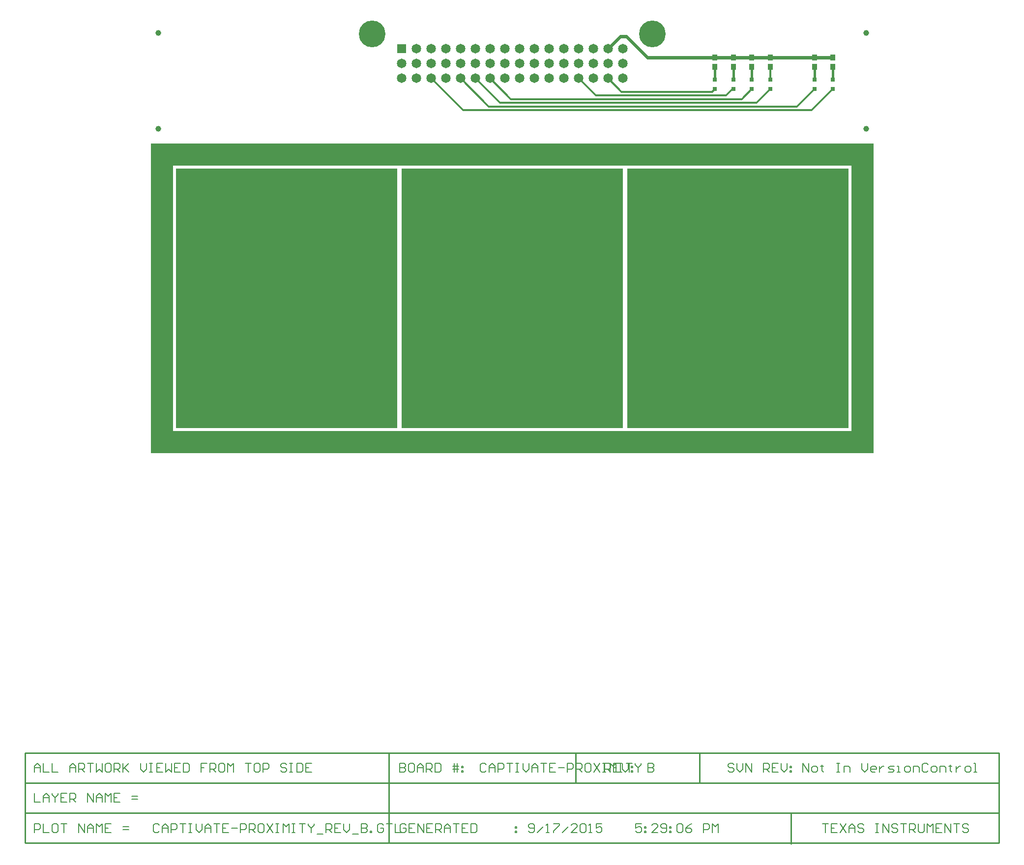
<source format=gtl>
%FSAX25Y25*%
%MOIN*%
G70*
G01*
G75*
G04 Layer_Physical_Order=1*
G04 Layer_Color=255*
%ADD10R,0.03150X0.03150*%
%ADD11C,0.03937*%
%ADD12R,0.03740X0.03937*%
%ADD13C,0.02400*%
%ADD14C,0.01200*%
%ADD15C,0.01600*%
%ADD16C,0.01000*%
%ADD17C,0.00800*%
%ADD18C,0.06496*%
%ADD19C,0.18110*%
%ADD20R,0.06496X0.06496*%
%ADD21C,0.05000*%
G36*
X0615200Y0499400D02*
Y0304400D01*
X0125200D01*
Y0499400D01*
Y0514400D01*
Y0514400D01*
X0615200D01*
Y0499400D01*
D02*
G37*
%LPC*%
G36*
X0600200D02*
X0140200D01*
Y0319400D01*
X0600200D01*
Y0499400D01*
D02*
G37*
%LPD*%
G36*
X0292200Y0321400D02*
X0142200D01*
Y0497400D01*
X0142200D01*
X0142200Y0497400D01*
Y0497400D01*
X0292200D01*
Y0321400D01*
D02*
G37*
G36*
X0598200D02*
X0448200D01*
Y0497400D01*
X0598200D01*
Y0321400D01*
D02*
G37*
G36*
X0445200D02*
X0295200D01*
Y0497400D01*
X0445200D01*
Y0321400D01*
D02*
G37*
G54D10*
X0507700Y0551250D02*
D03*
Y0557550D02*
D03*
X0520200Y0551250D02*
D03*
Y0557550D02*
D03*
X0532700Y0551250D02*
D03*
Y0557549D02*
D03*
X0545200Y0551250D02*
D03*
Y0557550D02*
D03*
X0587700Y0557549D02*
D03*
Y0551250D02*
D03*
X0575200Y0557550D02*
D03*
Y0551250D02*
D03*
G54D11*
X0130200Y0589400D02*
D03*
X0610200Y0524400D02*
D03*
Y0589400D02*
D03*
X0130200Y0524400D02*
D03*
G54D12*
X0507700Y0572550D02*
D03*
Y0566250D02*
D03*
X0520200Y0572550D02*
D03*
Y0566250D02*
D03*
X0532700Y0572550D02*
D03*
Y0566250D02*
D03*
X0545200Y0572550D02*
D03*
Y0566250D02*
D03*
X0587700Y0572549D02*
D03*
Y0566250D02*
D03*
X0575200Y0572550D02*
D03*
Y0566250D02*
D03*
G54D13*
X0507700Y0572550D02*
X0575200D01*
X0435200Y0578534D02*
X0443566Y0586900D01*
X0447700D01*
X0462050Y0572550D01*
X0507700D01*
X0575200Y0572550D02*
X0587700D01*
G54D14*
X0545200Y0557550D02*
Y0566250D01*
X0435200Y0558534D02*
X0444334Y0549400D01*
X0519550Y0551250D02*
X0520200D01*
X0515200Y0546900D02*
X0519550Y0551250D01*
X0426834Y0546900D02*
X0515200D01*
X0415200Y0558534D02*
X0426834Y0546900D01*
X0525850Y0544400D02*
X0532700Y0551250D01*
X0369334Y0544400D02*
X0525850D01*
X0355200Y0558534D02*
X0369334Y0544400D01*
X0535850Y0541900D02*
X0545200Y0551250D01*
X0361834Y0541900D02*
X0535850D01*
X0345200Y0558534D02*
X0361834Y0541900D01*
X0563350Y0539400D02*
X0575200Y0551250D01*
X0354334Y0539400D02*
X0563350D01*
X0335200Y0558534D02*
X0354334Y0539400D01*
X0573350Y0536900D02*
X0587700Y0551250D01*
X0336834Y0536900D02*
X0573350D01*
X0315200Y0558534D02*
X0336834Y0536900D01*
X0444334Y0549400D02*
X0505850D01*
X0507700Y0551250D01*
G54D15*
X0507700Y0557550D02*
X0507700Y0565957D01*
X0520200Y0557550D02*
X0520200Y0566250D01*
X0532700Y0557549D02*
X0532700Y0565957D01*
X0575200Y0557550D02*
Y0565957D01*
X0587700Y0557549D02*
X0587700Y0565957D01*
G54D16*
X0497200Y0080717D02*
Y0101050D01*
X0413200Y0080717D02*
Y0101050D01*
X0040000Y0080717D02*
X0700200D01*
X0040000Y0060383D02*
X0700000D01*
X0040000Y0040050D02*
X0440500D01*
X0040050Y0101050D02*
X0700200D01*
X0040050Y0040050D02*
Y0101050D01*
Y0040050D02*
X0197600D01*
X0040000D02*
Y0101050D01*
X0286500Y0040050D02*
Y0101050D01*
X0700200Y0040050D02*
Y0101050D01*
X0440500Y0040050D02*
X0700200D01*
X0559400Y0039400D02*
Y0059683D01*
G54D17*
X0567400Y0087833D02*
Y0093831D01*
X0571399Y0087833D01*
Y0093831D01*
X0574398Y0087833D02*
X0576397D01*
X0577397Y0088833D01*
Y0090832D01*
X0576397Y0091832D01*
X0574398D01*
X0573398Y0090832D01*
Y0088833D01*
X0574398Y0087833D01*
X0580396Y0092832D02*
Y0091832D01*
X0579396D01*
X0581395D01*
X0580396D01*
Y0088833D01*
X0581395Y0087833D01*
X0590393Y0093831D02*
X0592392D01*
X0591392D01*
Y0087833D01*
X0590393D01*
X0592392D01*
X0595391D02*
Y0091832D01*
X0598390D01*
X0599390Y0090832D01*
Y0087833D01*
X0607387Y0093831D02*
Y0089833D01*
X0609386Y0087833D01*
X0611386Y0089833D01*
Y0093831D01*
X0616384Y0087833D02*
X0614385D01*
X0613385Y0088833D01*
Y0090832D01*
X0614385Y0091832D01*
X0616384D01*
X0617384Y0090832D01*
Y0089833D01*
X0613385D01*
X0619383Y0091832D02*
Y0087833D01*
Y0089833D01*
X0620383Y0090832D01*
X0621383Y0091832D01*
X0622382D01*
X0625381Y0087833D02*
X0628380D01*
X0629380Y0088833D01*
X0628380Y0089833D01*
X0626381D01*
X0625381Y0090832D01*
X0626381Y0091832D01*
X0629380D01*
X0631379Y0087833D02*
X0633379D01*
X0632379D01*
Y0091832D01*
X0631379D01*
X0637377Y0087833D02*
X0639377D01*
X0640376Y0088833D01*
Y0090832D01*
X0639377Y0091832D01*
X0637377D01*
X0636378Y0090832D01*
Y0088833D01*
X0637377Y0087833D01*
X0642376D02*
Y0091832D01*
X0645375D01*
X0646374Y0090832D01*
Y0087833D01*
X0652373Y0092832D02*
X0651373Y0093831D01*
X0649373D01*
X0648374Y0092832D01*
Y0088833D01*
X0649373Y0087833D01*
X0651373D01*
X0652373Y0088833D01*
X0655372Y0087833D02*
X0657371D01*
X0658371Y0088833D01*
Y0090832D01*
X0657371Y0091832D01*
X0655372D01*
X0654372Y0090832D01*
Y0088833D01*
X0655372Y0087833D01*
X0660370D02*
Y0091832D01*
X0663369D01*
X0664369Y0090832D01*
Y0087833D01*
X0667368Y0092832D02*
Y0091832D01*
X0666368D01*
X0668367D01*
X0667368D01*
Y0088833D01*
X0668367Y0087833D01*
X0671366Y0091832D02*
Y0087833D01*
Y0089833D01*
X0672366Y0090832D01*
X0673366Y0091832D01*
X0674365D01*
X0678364Y0087833D02*
X0680364D01*
X0681363Y0088833D01*
Y0090832D01*
X0680364Y0091832D01*
X0678364D01*
X0677364Y0090832D01*
Y0088833D01*
X0678364Y0087833D01*
X0683362D02*
X0685362D01*
X0684362D01*
Y0093831D01*
X0683362D01*
X0520799Y0092832D02*
X0519799Y0093831D01*
X0517800D01*
X0516800Y0092832D01*
Y0091832D01*
X0517800Y0090832D01*
X0519799D01*
X0520799Y0089833D01*
Y0088833D01*
X0519799Y0087833D01*
X0517800D01*
X0516800Y0088833D01*
X0522798Y0093831D02*
Y0089833D01*
X0524797Y0087833D01*
X0526797Y0089833D01*
Y0093831D01*
X0528796Y0087833D02*
Y0093831D01*
X0532795Y0087833D01*
Y0093831D01*
X0540792Y0087833D02*
Y0093831D01*
X0543791D01*
X0544791Y0092832D01*
Y0090832D01*
X0543791Y0089833D01*
X0540792D01*
X0542792D02*
X0544791Y0087833D01*
X0550789Y0093831D02*
X0546790D01*
Y0087833D01*
X0550789D01*
X0546790Y0090832D02*
X0548790D01*
X0552788Y0093831D02*
Y0089833D01*
X0554788Y0087833D01*
X0556787Y0089833D01*
Y0093831D01*
X0558786Y0091832D02*
X0559786D01*
Y0090832D01*
X0558786D01*
Y0091832D01*
Y0088833D02*
X0559786D01*
Y0087833D01*
X0558786D01*
Y0088833D01*
X0433000Y0087833D02*
Y0093831D01*
X0435999D01*
X0436999Y0092832D01*
Y0090832D01*
X0435999Y0089833D01*
X0433000D01*
X0434999D02*
X0436999Y0087833D01*
X0442997Y0093831D02*
X0438998D01*
Y0087833D01*
X0442997D01*
X0438998Y0090832D02*
X0440997D01*
X0444996Y0093831D02*
Y0089833D01*
X0446995Y0087833D01*
X0448995Y0089833D01*
Y0093831D01*
X0450994Y0091832D02*
X0451994D01*
Y0090832D01*
X0450994D01*
Y0091832D01*
Y0088833D02*
X0451994D01*
Y0087833D01*
X0450994D01*
Y0088833D01*
X0130899Y0051965D02*
X0129899Y0052965D01*
X0127900D01*
X0126900Y0051965D01*
Y0047966D01*
X0127900Y0046966D01*
X0129899D01*
X0130899Y0047966D01*
X0132898Y0046966D02*
Y0050965D01*
X0134897Y0052965D01*
X0136897Y0050965D01*
Y0046966D01*
Y0049966D01*
X0132898D01*
X0138896Y0046966D02*
Y0052965D01*
X0141895D01*
X0142895Y0051965D01*
Y0049966D01*
X0141895Y0048966D01*
X0138896D01*
X0144894Y0052965D02*
X0148893D01*
X0146894D01*
Y0046966D01*
X0150892Y0052965D02*
X0152892D01*
X0151892D01*
Y0046966D01*
X0150892D01*
X0152892D01*
X0155891Y0052965D02*
Y0048966D01*
X0157890Y0046966D01*
X0159889Y0048966D01*
Y0052965D01*
X0161889Y0046966D02*
Y0050965D01*
X0163888Y0052965D01*
X0165887Y0050965D01*
Y0046966D01*
Y0049966D01*
X0161889D01*
X0167887Y0052965D02*
X0171885D01*
X0169886D01*
Y0046966D01*
X0177884Y0052965D02*
X0173885D01*
Y0046966D01*
X0177884D01*
X0173885Y0049966D02*
X0175884D01*
X0179883D02*
X0183882D01*
X0185881Y0046966D02*
Y0052965D01*
X0188880D01*
X0189880Y0051965D01*
Y0049966D01*
X0188880Y0048966D01*
X0185881D01*
X0191879Y0046966D02*
Y0052965D01*
X0194878D01*
X0195878Y0051965D01*
Y0049966D01*
X0194878Y0048966D01*
X0191879D01*
X0193878D02*
X0195878Y0046966D01*
X0200876Y0052965D02*
X0198877D01*
X0197877Y0051965D01*
Y0047966D01*
X0198877Y0046966D01*
X0200876D01*
X0201876Y0047966D01*
Y0051965D01*
X0200876Y0052965D01*
X0203875D02*
X0207874Y0046966D01*
Y0052965D02*
X0203875Y0046966D01*
X0209873Y0052965D02*
X0211873D01*
X0210873D01*
Y0046966D01*
X0209873D01*
X0211873D01*
X0214872D02*
Y0052965D01*
X0216871Y0050965D01*
X0218870Y0052965D01*
Y0046966D01*
X0220870Y0052965D02*
X0222869D01*
X0221869D01*
Y0046966D01*
X0220870D01*
X0222869D01*
X0225868Y0052965D02*
X0229867D01*
X0227867D01*
Y0046966D01*
X0231866Y0052965D02*
Y0051965D01*
X0233865Y0049966D01*
X0235865Y0051965D01*
Y0052965D01*
X0233865Y0049966D02*
Y0046966D01*
X0237864Y0045967D02*
X0241863D01*
X0243862Y0046966D02*
Y0052965D01*
X0246861D01*
X0247861Y0051965D01*
Y0049966D01*
X0246861Y0048966D01*
X0243862D01*
X0245862D02*
X0247861Y0046966D01*
X0253859Y0052965D02*
X0249860D01*
Y0046966D01*
X0253859D01*
X0249860Y0049966D02*
X0251860D01*
X0255858Y0052965D02*
Y0048966D01*
X0257858Y0046966D01*
X0259857Y0048966D01*
Y0052965D01*
X0261856Y0045967D02*
X0265855D01*
X0267854Y0052965D02*
Y0046966D01*
X0270853D01*
X0271853Y0047966D01*
Y0048966D01*
X0270853Y0049966D01*
X0267854D01*
X0270853D01*
X0271853Y0050965D01*
Y0051965D01*
X0270853Y0052965D01*
X0267854D01*
X0273852Y0046966D02*
Y0047966D01*
X0274852D01*
Y0046966D01*
X0273852D01*
X0282850Y0051965D02*
X0281850Y0052965D01*
X0279851D01*
X0278851Y0051965D01*
Y0047966D01*
X0279851Y0046966D01*
X0281850D01*
X0282850Y0047966D01*
Y0049966D01*
X0280850D01*
X0284849Y0052965D02*
X0288848D01*
X0286848D01*
Y0046966D01*
X0290847Y0052965D02*
Y0046966D01*
X0294846D01*
X0381150Y0047966D02*
X0382150Y0046966D01*
X0384149D01*
X0385149Y0047966D01*
Y0051965D01*
X0384149Y0052965D01*
X0382150D01*
X0381150Y0051965D01*
Y0050965D01*
X0382150Y0049966D01*
X0385149D01*
X0387148Y0046966D02*
X0391147Y0050965D01*
X0393146Y0046966D02*
X0395146D01*
X0394146D01*
Y0052965D01*
X0393146Y0051965D01*
X0398145Y0052965D02*
X0402143D01*
Y0051965D01*
X0398145Y0047966D01*
Y0046966D01*
X0404143D02*
X0408141Y0050965D01*
X0414139Y0046966D02*
X0410141D01*
X0414139Y0050965D01*
Y0051965D01*
X0413140Y0052965D01*
X0411140D01*
X0410141Y0051965D01*
X0416139D02*
X0417138Y0052965D01*
X0419138D01*
X0420137Y0051965D01*
Y0047966D01*
X0419138Y0046966D01*
X0417138D01*
X0416139Y0047966D01*
Y0051965D01*
X0422137Y0046966D02*
X0424136D01*
X0423136D01*
Y0052965D01*
X0422137Y0051965D01*
X0431134Y0052965D02*
X0427135D01*
Y0049966D01*
X0429135Y0050965D01*
X0430134D01*
X0431134Y0049966D01*
Y0047966D01*
X0430134Y0046966D01*
X0428135D01*
X0427135Y0047966D01*
X0298199Y0051965D02*
X0297199Y0052965D01*
X0295200D01*
X0294200Y0051965D01*
Y0047966D01*
X0295200Y0046966D01*
X0297199D01*
X0298199Y0047966D01*
Y0049966D01*
X0296199D01*
X0304197Y0052965D02*
X0300198D01*
Y0046966D01*
X0304197D01*
X0300198Y0049966D02*
X0302197D01*
X0306196Y0046966D02*
Y0052965D01*
X0310195Y0046966D01*
Y0052965D01*
X0316193D02*
X0312194D01*
Y0046966D01*
X0316193D01*
X0312194Y0049966D02*
X0314194D01*
X0318192Y0046966D02*
Y0052965D01*
X0321191D01*
X0322191Y0051965D01*
Y0049966D01*
X0321191Y0048966D01*
X0318192D01*
X0320192D02*
X0322191Y0046966D01*
X0324190D02*
Y0050965D01*
X0326190Y0052965D01*
X0328189Y0050965D01*
Y0046966D01*
Y0049966D01*
X0324190D01*
X0330188Y0052965D02*
X0334187D01*
X0332188D01*
Y0046966D01*
X0340185Y0052965D02*
X0336186D01*
Y0046966D01*
X0340185D01*
X0336186Y0049966D02*
X0338186D01*
X0342184Y0052965D02*
Y0046966D01*
X0345183D01*
X0346183Y0047966D01*
Y0051965D01*
X0345183Y0052965D01*
X0342184D01*
X0372175Y0050965D02*
X0373175D01*
Y0049966D01*
X0372175D01*
Y0050965D01*
Y0047966D02*
X0373175D01*
Y0046966D01*
X0372175D01*
Y0047966D01*
X0046350Y0087833D02*
Y0091832D01*
X0048349Y0093831D01*
X0050349Y0091832D01*
Y0087833D01*
Y0090832D01*
X0046350D01*
X0052348Y0093831D02*
Y0087833D01*
X0056347D01*
X0058346Y0093831D02*
Y0087833D01*
X0062345D01*
X0070342D02*
Y0091832D01*
X0072342Y0093831D01*
X0074341Y0091832D01*
Y0087833D01*
Y0090832D01*
X0070342D01*
X0076340Y0087833D02*
Y0093831D01*
X0079339D01*
X0080339Y0092832D01*
Y0090832D01*
X0079339Y0089833D01*
X0076340D01*
X0078340D02*
X0080339Y0087833D01*
X0082338Y0093831D02*
X0086337D01*
X0084338D01*
Y0087833D01*
X0088336Y0093831D02*
Y0087833D01*
X0090336Y0089833D01*
X0092335Y0087833D01*
Y0093831D01*
X0097334D02*
X0095334D01*
X0094335Y0092832D01*
Y0088833D01*
X0095334Y0087833D01*
X0097334D01*
X0098333Y0088833D01*
Y0092832D01*
X0097334Y0093831D01*
X0100332Y0087833D02*
Y0093831D01*
X0103332D01*
X0104331Y0092832D01*
Y0090832D01*
X0103332Y0089833D01*
X0100332D01*
X0102332D02*
X0104331Y0087833D01*
X0106331Y0093831D02*
Y0087833D01*
Y0089833D01*
X0110329Y0093831D01*
X0107330Y0090832D01*
X0110329Y0087833D01*
X0118327Y0093831D02*
Y0089833D01*
X0120326Y0087833D01*
X0122325Y0089833D01*
Y0093831D01*
X0124325D02*
X0126324D01*
X0125324D01*
Y0087833D01*
X0124325D01*
X0126324D01*
X0133322Y0093831D02*
X0129323D01*
Y0087833D01*
X0133322D01*
X0129323Y0090832D02*
X0131323D01*
X0135321Y0093831D02*
Y0087833D01*
X0137321Y0089833D01*
X0139320Y0087833D01*
Y0093831D01*
X0145318D02*
X0141319D01*
Y0087833D01*
X0145318D01*
X0141319Y0090832D02*
X0143319D01*
X0147317Y0093831D02*
Y0087833D01*
X0150316D01*
X0151316Y0088833D01*
Y0092832D01*
X0150316Y0093831D01*
X0147317D01*
X0163312D02*
X0159313D01*
Y0090832D01*
X0161313D01*
X0159313D01*
Y0087833D01*
X0165312D02*
Y0093831D01*
X0168310D01*
X0169310Y0092832D01*
Y0090832D01*
X0168310Y0089833D01*
X0165312D01*
X0167311D02*
X0169310Y0087833D01*
X0174309Y0093831D02*
X0172309D01*
X0171310Y0092832D01*
Y0088833D01*
X0172309Y0087833D01*
X0174309D01*
X0175308Y0088833D01*
Y0092832D01*
X0174309Y0093831D01*
X0177308Y0087833D02*
Y0093831D01*
X0179307Y0091832D01*
X0181306Y0093831D01*
Y0087833D01*
X0189304Y0093831D02*
X0193303D01*
X0191303D01*
Y0087833D01*
X0198301Y0093831D02*
X0196301D01*
X0195302Y0092832D01*
Y0088833D01*
X0196301Y0087833D01*
X0198301D01*
X0199301Y0088833D01*
Y0092832D01*
X0198301Y0093831D01*
X0201300Y0087833D02*
Y0093831D01*
X0204299D01*
X0205299Y0092832D01*
Y0090832D01*
X0204299Y0089833D01*
X0201300D01*
X0217295Y0092832D02*
X0216295Y0093831D01*
X0214296D01*
X0213296Y0092832D01*
Y0091832D01*
X0214296Y0090832D01*
X0216295D01*
X0217295Y0089833D01*
Y0088833D01*
X0216295Y0087833D01*
X0214296D01*
X0213296Y0088833D01*
X0219294Y0093831D02*
X0221293D01*
X0220294D01*
Y0087833D01*
X0219294D01*
X0221293D01*
X0224292Y0093831D02*
Y0087833D01*
X0227291D01*
X0228291Y0088833D01*
Y0092832D01*
X0227291Y0093831D01*
X0224292D01*
X0234289D02*
X0230291D01*
Y0087833D01*
X0234289D01*
X0230291Y0090832D02*
X0232290D01*
X0462150Y0093831D02*
Y0087833D01*
X0465149D01*
X0466149Y0088833D01*
Y0089833D01*
X0465149Y0090832D01*
X0462150D01*
X0465149D01*
X0466149Y0091832D01*
Y0092832D01*
X0465149Y0093831D01*
X0462150D01*
X0352549Y0092832D02*
X0351549Y0093831D01*
X0349550D01*
X0348550Y0092832D01*
Y0088833D01*
X0349550Y0087833D01*
X0351549D01*
X0352549Y0088833D01*
X0354548Y0087833D02*
Y0091832D01*
X0356547Y0093831D01*
X0358547Y0091832D01*
Y0087833D01*
Y0090832D01*
X0354548D01*
X0360546Y0087833D02*
Y0093831D01*
X0363545D01*
X0364545Y0092832D01*
Y0090832D01*
X0363545Y0089833D01*
X0360546D01*
X0366544Y0093831D02*
X0370543D01*
X0368544D01*
Y0087833D01*
X0372542Y0093831D02*
X0374542D01*
X0373542D01*
Y0087833D01*
X0372542D01*
X0374542D01*
X0377541Y0093831D02*
Y0089833D01*
X0379540Y0087833D01*
X0381539Y0089833D01*
Y0093831D01*
X0383539Y0087833D02*
Y0091832D01*
X0385538Y0093831D01*
X0387537Y0091832D01*
Y0087833D01*
Y0090832D01*
X0383539D01*
X0389537Y0093831D02*
X0393535D01*
X0391536D01*
Y0087833D01*
X0399534Y0093831D02*
X0395535D01*
Y0087833D01*
X0399534D01*
X0395535Y0090832D02*
X0397534D01*
X0401533D02*
X0405532D01*
X0407531Y0087833D02*
Y0093831D01*
X0410530D01*
X0411530Y0092832D01*
Y0090832D01*
X0410530Y0089833D01*
X0407531D01*
X0413529Y0087833D02*
Y0093831D01*
X0416528D01*
X0417528Y0092832D01*
Y0090832D01*
X0416528Y0089833D01*
X0413529D01*
X0415528D02*
X0417528Y0087833D01*
X0422526Y0093831D02*
X0420527D01*
X0419527Y0092832D01*
Y0088833D01*
X0420527Y0087833D01*
X0422526D01*
X0423526Y0088833D01*
Y0092832D01*
X0422526Y0093831D01*
X0425525D02*
X0429524Y0087833D01*
Y0093831D02*
X0425525Y0087833D01*
X0431523Y0093831D02*
X0433523D01*
X0432523D01*
Y0087833D01*
X0431523D01*
X0433523D01*
X0436521D02*
Y0093831D01*
X0438521Y0091832D01*
X0440520Y0093831D01*
Y0087833D01*
X0442520Y0093831D02*
X0444519D01*
X0443519D01*
Y0087833D01*
X0442520D01*
X0444519D01*
X0447518Y0093831D02*
X0451517D01*
X0449517D01*
Y0087833D01*
X0453516Y0093831D02*
Y0092832D01*
X0455515Y0090832D01*
X0457515Y0092832D01*
Y0093831D01*
X0455515Y0090832D02*
Y0087833D01*
X0294000Y0093831D02*
Y0087833D01*
X0296999D01*
X0297999Y0088833D01*
Y0089833D01*
X0296999Y0090832D01*
X0294000D01*
X0296999D01*
X0297999Y0091832D01*
Y0092832D01*
X0296999Y0093831D01*
X0294000D01*
X0302997D02*
X0300998D01*
X0299998Y0092832D01*
Y0088833D01*
X0300998Y0087833D01*
X0302997D01*
X0303997Y0088833D01*
Y0092832D01*
X0302997Y0093831D01*
X0305996Y0087833D02*
Y0091832D01*
X0307996Y0093831D01*
X0309995Y0091832D01*
Y0087833D01*
Y0090832D01*
X0305996D01*
X0311994Y0087833D02*
Y0093831D01*
X0314993D01*
X0315993Y0092832D01*
Y0090832D01*
X0314993Y0089833D01*
X0311994D01*
X0313994D02*
X0315993Y0087833D01*
X0317992Y0093831D02*
Y0087833D01*
X0320991D01*
X0321991Y0088833D01*
Y0092832D01*
X0320991Y0093831D01*
X0317992D01*
X0330988Y0087833D02*
Y0093831D01*
X0332987D02*
Y0087833D01*
X0329988Y0091832D02*
X0332987D01*
X0333987D01*
X0329988Y0089833D02*
X0333987D01*
X0335986Y0091832D02*
X0336986D01*
Y0090832D01*
X0335986D01*
Y0091832D01*
Y0088833D02*
X0336986D01*
Y0087833D01*
X0335986D01*
Y0088833D01*
X0046350Y0073549D02*
Y0067551D01*
X0050349D01*
X0052348D02*
Y0071549D01*
X0054347Y0073549D01*
X0056347Y0071549D01*
Y0067551D01*
Y0070550D01*
X0052348D01*
X0058346Y0073549D02*
Y0072549D01*
X0060346Y0070550D01*
X0062345Y0072549D01*
Y0073549D01*
X0060346Y0070550D02*
Y0067551D01*
X0068343Y0073549D02*
X0064344D01*
Y0067551D01*
X0068343D01*
X0064344Y0070550D02*
X0066343D01*
X0070342Y0067551D02*
Y0073549D01*
X0073341D01*
X0074341Y0072549D01*
Y0070550D01*
X0073341Y0069550D01*
X0070342D01*
X0072342D02*
X0074341Y0067551D01*
X0082338D02*
Y0073549D01*
X0086337Y0067551D01*
Y0073549D01*
X0088336Y0067551D02*
Y0071549D01*
X0090336Y0073549D01*
X0092335Y0071549D01*
Y0067551D01*
Y0070550D01*
X0088336D01*
X0094335Y0067551D02*
Y0073549D01*
X0096334Y0071549D01*
X0098333Y0073549D01*
Y0067551D01*
X0104331Y0073549D02*
X0100332D01*
Y0067551D01*
X0104331D01*
X0100332Y0070550D02*
X0102332D01*
X0112329Y0069550D02*
X0116327D01*
X0112329Y0071549D02*
X0116327D01*
X0046350Y0046966D02*
Y0052965D01*
X0049349D01*
X0050349Y0051965D01*
Y0049966D01*
X0049349Y0048966D01*
X0046350D01*
X0052348Y0052965D02*
Y0046966D01*
X0056347D01*
X0061345Y0052965D02*
X0059346D01*
X0058346Y0051965D01*
Y0047966D01*
X0059346Y0046966D01*
X0061345D01*
X0062345Y0047966D01*
Y0051965D01*
X0061345Y0052965D01*
X0064344D02*
X0068343D01*
X0066343D01*
Y0046966D01*
X0076340D02*
Y0052965D01*
X0080339Y0046966D01*
Y0052965D01*
X0082338Y0046966D02*
Y0050965D01*
X0084338Y0052965D01*
X0086337Y0050965D01*
Y0046966D01*
Y0049966D01*
X0082338D01*
X0088336Y0046966D02*
Y0052965D01*
X0090336Y0050965D01*
X0092335Y0052965D01*
Y0046966D01*
X0098333Y0052965D02*
X0094335D01*
Y0046966D01*
X0098333D01*
X0094335Y0049966D02*
X0096334D01*
X0106331Y0048966D02*
X0110329D01*
X0106331Y0050965D02*
X0110329D01*
X0458049Y0052965D02*
X0454050D01*
Y0049966D01*
X0456049Y0050965D01*
X0457049D01*
X0458049Y0049966D01*
Y0047966D01*
X0457049Y0046966D01*
X0455050D01*
X0454050Y0047966D01*
X0460048Y0050965D02*
X0461048D01*
Y0049966D01*
X0460048D01*
Y0050965D01*
Y0047966D02*
X0461048D01*
Y0046966D01*
X0460048D01*
Y0047966D01*
X0469045Y0046966D02*
X0465046D01*
X0469045Y0050965D01*
Y0051965D01*
X0468046Y0052965D01*
X0466046D01*
X0465046Y0051965D01*
X0471044Y0047966D02*
X0472044Y0046966D01*
X0474044D01*
X0475043Y0047966D01*
Y0051965D01*
X0474044Y0052965D01*
X0472044D01*
X0471044Y0051965D01*
Y0050965D01*
X0472044Y0049966D01*
X0475043D01*
X0477043Y0050965D02*
X0478042D01*
Y0049966D01*
X0477043D01*
Y0050965D01*
Y0047966D02*
X0478042D01*
Y0046966D01*
X0477043D01*
Y0047966D01*
X0482041Y0051965D02*
X0483041Y0052965D01*
X0485040D01*
X0486040Y0051965D01*
Y0047966D01*
X0485040Y0046966D01*
X0483041D01*
X0482041Y0047966D01*
Y0051965D01*
X0492038Y0052965D02*
X0490038Y0051965D01*
X0488039Y0049966D01*
Y0047966D01*
X0489039Y0046966D01*
X0491038D01*
X0492038Y0047966D01*
Y0048966D01*
X0491038Y0049966D01*
X0488039D01*
X0500035Y0046966D02*
Y0052965D01*
X0503034D01*
X0504034Y0051965D01*
Y0049966D01*
X0503034Y0048966D01*
X0500035D01*
X0506033Y0046966D02*
Y0052965D01*
X0508033Y0050965D01*
X0510032Y0052965D01*
Y0046966D01*
X0580500Y0052965D02*
X0584499D01*
X0582499D01*
Y0046966D01*
X0590497Y0052965D02*
X0586498D01*
Y0046966D01*
X0590497D01*
X0586498Y0049966D02*
X0588497D01*
X0592496Y0052965D02*
X0596495Y0046966D01*
Y0052965D02*
X0592496Y0046966D01*
X0598494D02*
Y0050965D01*
X0600493Y0052965D01*
X0602493Y0050965D01*
Y0046966D01*
Y0049966D01*
X0598494D01*
X0608491Y0051965D02*
X0607491Y0052965D01*
X0605492D01*
X0604492Y0051965D01*
Y0050965D01*
X0605492Y0049966D01*
X0607491D01*
X0608491Y0048966D01*
Y0047966D01*
X0607491Y0046966D01*
X0605492D01*
X0604492Y0047966D01*
X0616488Y0052965D02*
X0618488D01*
X0617488D01*
Y0046966D01*
X0616488D01*
X0618488D01*
X0621487D02*
Y0052965D01*
X0625486Y0046966D01*
Y0052965D01*
X0631484Y0051965D02*
X0630484Y0052965D01*
X0628484D01*
X0627485Y0051965D01*
Y0050965D01*
X0628484Y0049966D01*
X0630484D01*
X0631484Y0048966D01*
Y0047966D01*
X0630484Y0046966D01*
X0628484D01*
X0627485Y0047966D01*
X0633483Y0052965D02*
X0637482D01*
X0635482D01*
Y0046966D01*
X0639481D02*
Y0052965D01*
X0642480D01*
X0643480Y0051965D01*
Y0049966D01*
X0642480Y0048966D01*
X0639481D01*
X0641480D02*
X0643480Y0046966D01*
X0645479Y0052965D02*
Y0047966D01*
X0646479Y0046966D01*
X0648478D01*
X0649478Y0047966D01*
Y0052965D01*
X0651477Y0046966D02*
Y0052965D01*
X0653476Y0050965D01*
X0655476Y0052965D01*
Y0046966D01*
X0661474Y0052965D02*
X0657475D01*
Y0046966D01*
X0661474D01*
X0657475Y0049966D02*
X0659474D01*
X0663473Y0046966D02*
Y0052965D01*
X0667472Y0046966D01*
Y0052965D01*
X0669471D02*
X0673470D01*
X0671471D01*
Y0046966D01*
X0679468Y0051965D02*
X0678468Y0052965D01*
X0676469D01*
X0675469Y0051965D01*
Y0050965D01*
X0676469Y0049966D01*
X0678468D01*
X0679468Y0048966D01*
Y0047966D01*
X0678468Y0046966D01*
X0676469D01*
X0675469Y0047966D01*
G54D18*
X0305200Y0558534D02*
D03*
X0335200D02*
D03*
X0365200D02*
D03*
X0395200D02*
D03*
X0295200Y0568534D02*
D03*
X0315200D02*
D03*
X0325200D02*
D03*
X0345200D02*
D03*
X0355200D02*
D03*
X0375200D02*
D03*
X0385200D02*
D03*
X0405200D02*
D03*
X0305200D02*
D03*
X0335200D02*
D03*
X0365200D02*
D03*
X0395200D02*
D03*
X0295200Y0558534D02*
D03*
X0315200D02*
D03*
X0325200D02*
D03*
X0345200D02*
D03*
X0355200D02*
D03*
X0375200D02*
D03*
X0385200D02*
D03*
X0405200D02*
D03*
X0315200Y0578534D02*
D03*
X0325200D02*
D03*
X0345200D02*
D03*
X0355200D02*
D03*
X0375200D02*
D03*
X0385200D02*
D03*
X0405200D02*
D03*
X0445200Y0558534D02*
D03*
X0435200D02*
D03*
X0425200D02*
D03*
X0415200D02*
D03*
X0445200Y0568534D02*
D03*
X0435200D02*
D03*
X0425200D02*
D03*
X0415200D02*
D03*
X0445200Y0578534D02*
D03*
X0435200D02*
D03*
X0425200D02*
D03*
X0415200D02*
D03*
X0305200D02*
D03*
X0335200D02*
D03*
X0365200D02*
D03*
X0395200D02*
D03*
G54D19*
X0465200Y0588534D02*
D03*
X0275200D02*
D03*
G54D20*
X0295200Y0578534D02*
D03*
G54D21*
X0607700Y0409400D02*
D03*
X0132700D02*
D03*
X0365200Y0311900D02*
D03*
Y0506900D02*
D03*
X0607700D02*
D03*
Y0311900D02*
D03*
X0132700D02*
D03*
Y0506900D02*
D03*
X0287700Y0491900D02*
D03*
X0405200D02*
D03*
X0452700D02*
D03*
M02*

</source>
